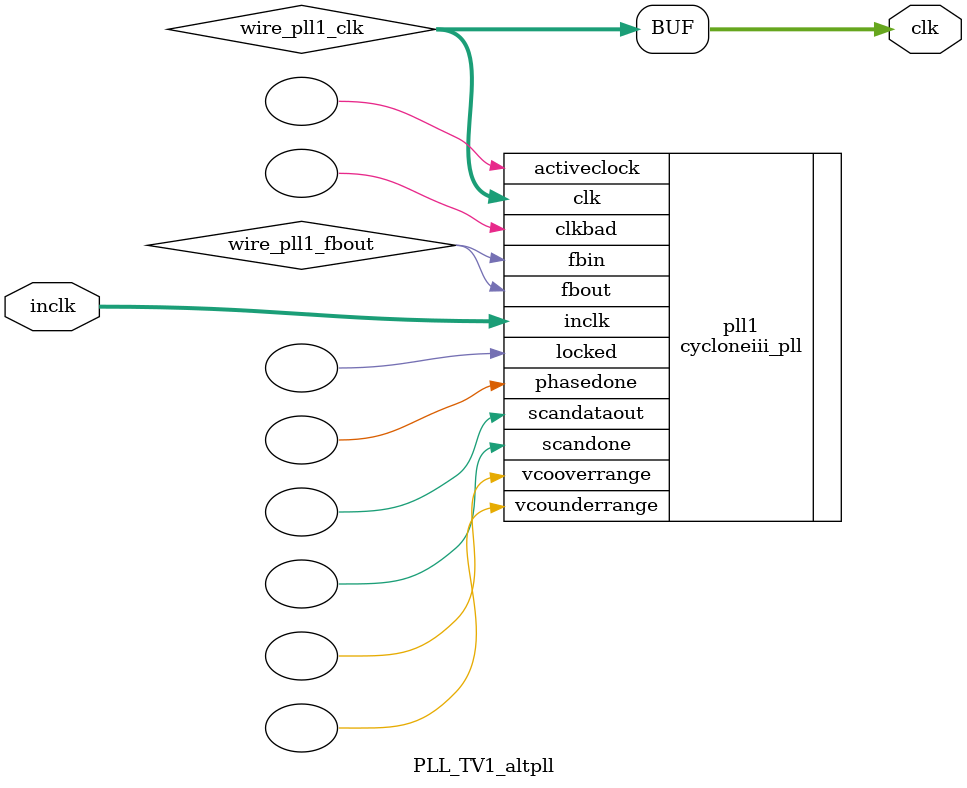
<source format=v>






//synthesis_resources = cycloneiii_pll 1 
//synopsys translate_off
`timescale 1 ps / 1 ps
//synopsys translate_on
module  PLL_TV1_altpll
	( 
	clk,
	inclk) /* synthesis synthesis_clearbox=1 */;
	output   [4:0]  clk;
	input   [1:0]  inclk;

	wire  [4:0]   wire_pll1_clk;
	wire  wire_pll1_fbout;

	cycloneiii_pll   pll1
	( 
	.activeclock(),
	.clk(wire_pll1_clk),
	.clkbad(),
	.fbin(wire_pll1_fbout),
	.fbout(wire_pll1_fbout),
	.inclk(inclk),
	.locked(),
	.phasedone(),
	.scandataout(),
	.scandone(),
	.vcooverrange(),
	.vcounderrange()
	`ifdef FORMAL_VERIFICATION
	`else
	// synopsys translate_off
	`endif
	,
	.areset(1'b0),
	.clkswitch(1'b0),
	.configupdate(1'b0),
	.pfdena(1'b1),
	.phasecounterselect({3{1'b0}}),
	.phasestep(1'b0),
	.phaseupdown(1'b0),
	.scanclk(1'b0),
	.scanclkena(1'b1),
	.scandata(1'b0)
	`ifdef FORMAL_VERIFICATION
	`else
	// synopsys translate_on
	`endif
	);
	defparam
		pll1.bandwidth_type = "auto",
		pll1.clk0_divide_by = 4,
		pll1.clk0_duty_cycle = 50,
		pll1.clk0_multiply_by = 1,
		pll1.clk0_phase_shift = "0",
		pll1.clk1_divide_by = 2,
		pll1.clk1_duty_cycle = 50,
		pll1.clk1_multiply_by = 1,
		pll1.clk1_phase_shift = "0",
		pll1.clk2_divide_by = 1,
		pll1.clk2_duty_cycle = 50,
		pll1.clk2_multiply_by = 1,
		pll1.clk2_phase_shift = "0",
		pll1.clk3_divide_by = 1,
		pll1.clk3_duty_cycle = 50,
		pll1.clk3_multiply_by = 2,
		pll1.clk3_phase_shift = "0",
		pll1.clk4_divide_by = 1,
		pll1.clk4_duty_cycle = 50,
		pll1.clk4_multiply_by = 4,
		pll1.clk4_phase_shift = "0",
		pll1.compensate_clock = "clk0",
		pll1.inclk0_input_frequency = 17458,
		pll1.operation_mode = "normal",
		pll1.pll_type = "fast",
		pll1.lpm_type = "cycloneiii_pll";
	assign
		clk = wire_pll1_clk;
endmodule //PLL_TV1_altpll
//VALID FILE

</source>
